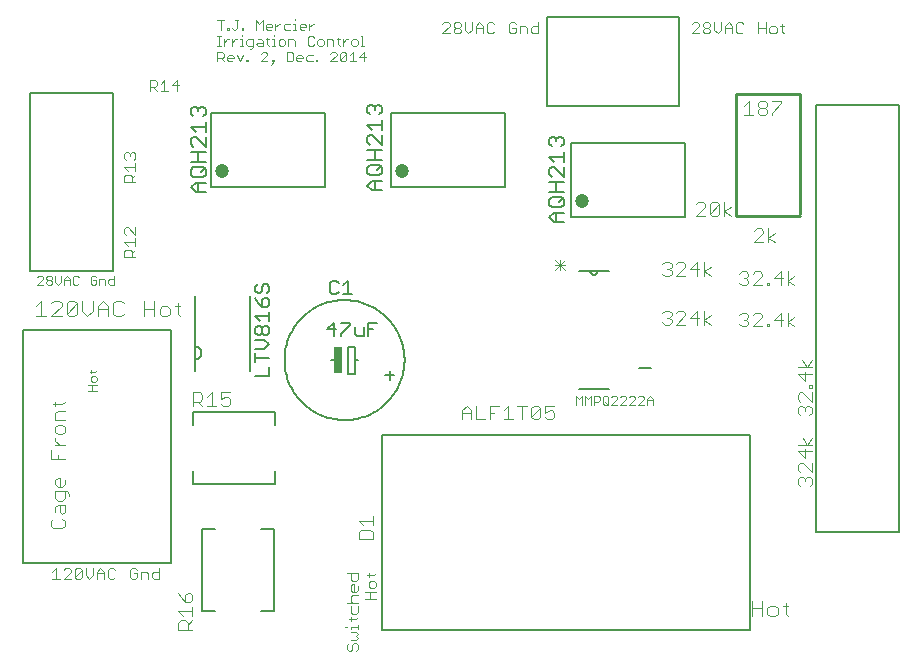
<source format=gto>
G75*
%MOIN*%
%OFA0B0*%
%FSLAX24Y24*%
%IPPOS*%
%LPD*%
%AMOC8*
5,1,8,0,0,1.08239X$1,22.5*
%
%ADD10C,0.0030*%
%ADD11C,0.0040*%
%ADD12C,0.0100*%
%ADD13C,0.0080*%
%ADD14C,0.0060*%
%ADD15C,0.0472*%
%ADD16C,0.0050*%
%ADD17R,0.0250X0.0900*%
D10*
X002445Y003383D02*
X002692Y003383D01*
X002813Y003383D02*
X003060Y003629D01*
X003060Y003691D01*
X002998Y003753D01*
X002875Y003753D01*
X002813Y003691D01*
X002568Y003753D02*
X002568Y003383D01*
X002813Y003383D02*
X003060Y003383D01*
X003182Y003444D02*
X003429Y003691D01*
X003429Y003444D01*
X003367Y003383D01*
X003243Y003383D01*
X003182Y003444D01*
X003182Y003691D01*
X003243Y003753D01*
X003367Y003753D01*
X003429Y003691D01*
X003550Y003753D02*
X003550Y003506D01*
X003673Y003383D01*
X003797Y003506D01*
X003797Y003753D01*
X003918Y003629D02*
X003918Y003383D01*
X003918Y003568D02*
X004165Y003568D01*
X004165Y003629D02*
X004165Y003383D01*
X004287Y003444D02*
X004287Y003691D01*
X004348Y003753D01*
X004472Y003753D01*
X004533Y003691D01*
X004533Y003444D02*
X004472Y003383D01*
X004348Y003383D01*
X004287Y003444D01*
X004165Y003629D02*
X004042Y003753D01*
X003918Y003629D01*
X005023Y003691D02*
X005023Y003444D01*
X005085Y003383D01*
X005208Y003383D01*
X005270Y003444D01*
X005270Y003568D01*
X005147Y003568D01*
X005270Y003691D02*
X005208Y003753D01*
X005085Y003753D01*
X005023Y003691D01*
X005392Y003629D02*
X005392Y003383D01*
X005392Y003629D02*
X005577Y003629D01*
X005638Y003568D01*
X005638Y003383D01*
X005760Y003444D02*
X005760Y003568D01*
X005822Y003629D01*
X006007Y003629D01*
X006007Y003753D02*
X006007Y003383D01*
X005822Y003383D01*
X005760Y003444D01*
X002568Y003753D02*
X002445Y003629D01*
X003632Y009659D02*
X003923Y009659D01*
X003777Y009659D02*
X003777Y009853D01*
X003777Y009954D02*
X003874Y009954D01*
X003923Y010002D01*
X003923Y010099D01*
X003874Y010147D01*
X003777Y010147D01*
X003729Y010099D01*
X003729Y010002D01*
X003777Y009954D01*
X003632Y009853D02*
X003923Y009853D01*
X003729Y010249D02*
X003729Y010345D01*
X003681Y010297D02*
X003874Y010297D01*
X003923Y010345D01*
X003858Y013195D02*
X003906Y013243D01*
X003906Y013340D01*
X003810Y013340D01*
X003906Y013437D02*
X003858Y013485D01*
X003761Y013485D01*
X003713Y013437D01*
X003713Y013243D01*
X003761Y013195D01*
X003858Y013195D01*
X004008Y013195D02*
X004008Y013388D01*
X004153Y013388D01*
X004201Y013340D01*
X004201Y013195D01*
X004302Y013243D02*
X004351Y013195D01*
X004496Y013195D01*
X004496Y013485D01*
X004496Y013388D02*
X004351Y013388D01*
X004302Y013340D01*
X004302Y013243D01*
X003317Y013243D02*
X003269Y013195D01*
X003172Y013195D01*
X003124Y013243D01*
X003124Y013437D01*
X003172Y013485D01*
X003269Y013485D01*
X003317Y013437D01*
X003022Y013388D02*
X003022Y013195D01*
X003022Y013340D02*
X002829Y013340D01*
X002829Y013388D02*
X002926Y013485D01*
X003022Y013388D01*
X002829Y013388D02*
X002829Y013195D01*
X002728Y013292D02*
X002631Y013195D01*
X002534Y013292D01*
X002534Y013485D01*
X002433Y013437D02*
X002385Y013485D01*
X002288Y013485D01*
X002240Y013437D01*
X002240Y013388D01*
X002288Y013340D01*
X002385Y013340D01*
X002433Y013292D01*
X002433Y013243D01*
X002385Y013195D01*
X002288Y013195D01*
X002240Y013243D01*
X002240Y013292D01*
X002288Y013340D01*
X002385Y013340D02*
X002433Y013388D01*
X002433Y013437D01*
X002138Y013437D02*
X002090Y013485D01*
X001993Y013485D01*
X001945Y013437D01*
X002138Y013437D02*
X002138Y013388D01*
X001945Y013195D01*
X002138Y013195D01*
X002728Y013292D02*
X002728Y013485D01*
X004838Y014118D02*
X004838Y014303D01*
X004900Y014365D01*
X005024Y014365D01*
X005085Y014303D01*
X005085Y014118D01*
X005085Y014242D02*
X005209Y014365D01*
X005209Y014486D02*
X005209Y014733D01*
X005209Y014855D02*
X004962Y015102D01*
X004900Y015102D01*
X004838Y015040D01*
X004838Y014916D01*
X004900Y014855D01*
X004838Y014610D02*
X005209Y014610D01*
X005209Y014855D02*
X005209Y015102D01*
X004838Y014610D02*
X004962Y014486D01*
X004838Y014118D02*
X005209Y014118D01*
X005209Y016618D02*
X004838Y016618D01*
X004838Y016803D01*
X004900Y016865D01*
X005024Y016865D01*
X005085Y016803D01*
X005085Y016618D01*
X005085Y016742D02*
X005209Y016865D01*
X005209Y016986D02*
X005209Y017233D01*
X005209Y017110D02*
X004838Y017110D01*
X004962Y016986D01*
X004900Y017355D02*
X004838Y017416D01*
X004838Y017540D01*
X004900Y017602D01*
X004962Y017602D01*
X005024Y017540D01*
X005085Y017602D01*
X005147Y017602D01*
X005209Y017540D01*
X005209Y017416D01*
X005147Y017355D01*
X005024Y017478D02*
X005024Y017540D01*
X005681Y019651D02*
X005681Y020022D01*
X005866Y020022D01*
X005927Y019960D01*
X005927Y019836D01*
X005866Y019775D01*
X005681Y019775D01*
X005804Y019775D02*
X005927Y019651D01*
X006049Y019651D02*
X006296Y019651D01*
X006172Y019651D02*
X006172Y020022D01*
X006049Y019898D01*
X006417Y019836D02*
X006664Y019836D01*
X006602Y019651D02*
X006602Y020022D01*
X006417Y019836D01*
X007945Y020633D02*
X007945Y020953D01*
X008105Y020953D01*
X008159Y020899D01*
X008159Y020793D01*
X008105Y020739D01*
X007945Y020739D01*
X008052Y020739D02*
X008159Y020633D01*
X008267Y020686D02*
X008267Y020793D01*
X008321Y020846D01*
X008427Y020846D01*
X008481Y020793D01*
X008481Y020739D01*
X008267Y020739D01*
X008267Y020686D02*
X008321Y020633D01*
X008427Y020633D01*
X008590Y020846D02*
X008696Y020633D01*
X008803Y020846D01*
X008912Y020686D02*
X008965Y020686D01*
X008965Y020633D01*
X008912Y020633D01*
X008912Y020686D01*
X009019Y021051D02*
X009072Y021051D01*
X009125Y021104D01*
X009125Y021371D01*
X008965Y021371D01*
X008912Y021318D01*
X008912Y021211D01*
X008965Y021158D01*
X009125Y021158D01*
X009234Y021211D02*
X009287Y021264D01*
X009448Y021264D01*
X009448Y021318D02*
X009448Y021158D01*
X009287Y021158D01*
X009234Y021211D01*
X009287Y021371D02*
X009394Y021371D01*
X009448Y021318D01*
X009556Y021371D02*
X009663Y021371D01*
X009610Y021424D02*
X009610Y021211D01*
X009663Y021158D01*
X009771Y021158D02*
X009878Y021158D01*
X009825Y021158D02*
X009825Y021371D01*
X009771Y021371D01*
X009825Y021478D02*
X009825Y021531D01*
X009879Y021683D02*
X009879Y021896D01*
X009985Y021896D02*
X009879Y021789D01*
X009770Y021789D02*
X009556Y021789D01*
X009556Y021736D02*
X009556Y021843D01*
X009610Y021896D01*
X009717Y021896D01*
X009770Y021843D01*
X009770Y021789D01*
X009717Y021683D02*
X009610Y021683D01*
X009556Y021736D01*
X009448Y021683D02*
X009448Y022003D01*
X009341Y021896D01*
X009234Y022003D01*
X009234Y021683D01*
X008804Y021683D02*
X008751Y021683D01*
X008751Y021736D01*
X008804Y021736D01*
X008804Y021683D01*
X008750Y021531D02*
X008750Y021478D01*
X008750Y021371D02*
X008750Y021158D01*
X008697Y021158D02*
X008804Y021158D01*
X008750Y021371D02*
X008697Y021371D01*
X008589Y021371D02*
X008535Y021371D01*
X008428Y021264D01*
X008428Y021158D02*
X008428Y021371D01*
X008320Y021371D02*
X008267Y021371D01*
X008160Y021264D01*
X008160Y021158D02*
X008160Y021371D01*
X008052Y021478D02*
X007945Y021478D01*
X007998Y021478D02*
X007998Y021158D01*
X007945Y021158D02*
X008052Y021158D01*
X008052Y021683D02*
X008052Y022003D01*
X007945Y022003D02*
X008159Y022003D01*
X008535Y022003D02*
X008642Y022003D01*
X008589Y022003D02*
X008589Y021736D01*
X008535Y021683D01*
X008482Y021683D01*
X008428Y021736D01*
X008321Y021736D02*
X008321Y021683D01*
X008267Y021683D01*
X008267Y021736D01*
X008321Y021736D01*
X009395Y020899D02*
X009449Y020953D01*
X009555Y020953D01*
X009609Y020899D01*
X009609Y020846D01*
X009395Y020633D01*
X009609Y020633D01*
X009718Y020526D02*
X009824Y020633D01*
X009771Y020633D01*
X009771Y020686D01*
X009824Y020686D01*
X009824Y020633D01*
X010255Y020633D02*
X010255Y020953D01*
X010415Y020953D01*
X010468Y020899D01*
X010468Y020686D01*
X010415Y020633D01*
X010255Y020633D01*
X010577Y020686D02*
X010577Y020793D01*
X010630Y020846D01*
X010737Y020846D01*
X010790Y020793D01*
X010790Y020739D01*
X010577Y020739D01*
X010577Y020686D02*
X010630Y020633D01*
X010737Y020633D01*
X010899Y020686D02*
X010953Y020633D01*
X011113Y020633D01*
X011221Y020633D02*
X011275Y020633D01*
X011275Y020686D01*
X011221Y020686D01*
X011221Y020633D01*
X011113Y020846D02*
X010953Y020846D01*
X010899Y020793D01*
X010899Y020686D01*
X011006Y021158D02*
X011113Y021158D01*
X011166Y021211D01*
X011275Y021211D02*
X011275Y021318D01*
X011329Y021371D01*
X011435Y021371D01*
X011489Y021318D01*
X011489Y021211D01*
X011435Y021158D01*
X011329Y021158D01*
X011275Y021211D01*
X011166Y021424D02*
X011113Y021478D01*
X011006Y021478D01*
X010953Y021424D01*
X010953Y021211D01*
X011006Y021158D01*
X010522Y021158D02*
X010522Y021318D01*
X010468Y021371D01*
X010308Y021371D01*
X010308Y021158D01*
X010200Y021211D02*
X010200Y021318D01*
X010146Y021371D01*
X010039Y021371D01*
X009986Y021318D01*
X009986Y021211D01*
X010039Y021158D01*
X010146Y021158D01*
X010200Y021211D01*
X010201Y021683D02*
X010361Y021683D01*
X010469Y021683D02*
X010576Y021683D01*
X010523Y021683D02*
X010523Y021896D01*
X010469Y021896D01*
X010361Y021896D02*
X010201Y021896D01*
X010147Y021843D01*
X010147Y021736D01*
X010201Y021683D01*
X010039Y021896D02*
X009985Y021896D01*
X010523Y022003D02*
X010523Y022056D01*
X010684Y021843D02*
X010738Y021896D01*
X010844Y021896D01*
X010898Y021843D01*
X010898Y021789D01*
X010684Y021789D01*
X010684Y021736D02*
X010684Y021843D01*
X010684Y021736D02*
X010738Y021683D01*
X010844Y021683D01*
X011007Y021683D02*
X011007Y021896D01*
X011113Y021896D02*
X011167Y021896D01*
X011113Y021896D02*
X011007Y021789D01*
X011597Y021371D02*
X011758Y021371D01*
X011811Y021318D01*
X011811Y021158D01*
X011973Y021211D02*
X011973Y021424D01*
X011920Y021371D02*
X012026Y021371D01*
X012135Y021371D02*
X012135Y021158D01*
X012135Y021264D02*
X012241Y021371D01*
X012295Y021371D01*
X012403Y021318D02*
X012403Y021211D01*
X012457Y021158D01*
X012563Y021158D01*
X012617Y021211D01*
X012617Y021318D01*
X012563Y021371D01*
X012457Y021371D01*
X012403Y021318D01*
X012725Y021478D02*
X012779Y021478D01*
X012779Y021158D01*
X012832Y021158D02*
X012725Y021158D01*
X012832Y020953D02*
X012672Y020793D01*
X012885Y020793D01*
X012832Y020633D02*
X012832Y020953D01*
X012456Y020953D02*
X012456Y020633D01*
X012349Y020633D02*
X012563Y020633D01*
X012349Y020846D02*
X012456Y020953D01*
X012241Y020899D02*
X012027Y020686D01*
X012081Y020633D01*
X012187Y020633D01*
X012241Y020686D01*
X012241Y020899D01*
X012187Y020953D01*
X012081Y020953D01*
X012027Y020899D01*
X012027Y020686D01*
X011918Y020633D02*
X011705Y020633D01*
X011918Y020846D01*
X011918Y020899D01*
X011865Y020953D01*
X011758Y020953D01*
X011705Y020899D01*
X011597Y021158D02*
X011597Y021371D01*
X011973Y021211D02*
X012026Y021158D01*
X015445Y021570D02*
X015692Y021817D01*
X015692Y021879D01*
X015630Y021940D01*
X015507Y021940D01*
X015445Y021879D01*
X015445Y021570D02*
X015692Y021570D01*
X015813Y021632D02*
X015813Y021693D01*
X015875Y021755D01*
X015998Y021755D01*
X016060Y021693D01*
X016060Y021632D01*
X015998Y021570D01*
X015875Y021570D01*
X015813Y021632D01*
X015875Y021755D02*
X015813Y021817D01*
X015813Y021879D01*
X015875Y021940D01*
X015998Y021940D01*
X016060Y021879D01*
X016060Y021817D01*
X015998Y021755D01*
X016182Y021693D02*
X016305Y021570D01*
X016429Y021693D01*
X016429Y021940D01*
X016550Y021817D02*
X016673Y021940D01*
X016797Y021817D01*
X016797Y021570D01*
X016918Y021632D02*
X016980Y021570D01*
X017103Y021570D01*
X017165Y021632D01*
X017165Y021879D02*
X017103Y021940D01*
X016980Y021940D01*
X016918Y021879D01*
X016918Y021632D01*
X016797Y021755D02*
X016550Y021755D01*
X016550Y021817D02*
X016550Y021570D01*
X016182Y021693D02*
X016182Y021940D01*
X017655Y021879D02*
X017655Y021632D01*
X017717Y021570D01*
X017840Y021570D01*
X017902Y021632D01*
X017902Y021755D01*
X017778Y021755D01*
X017655Y021879D02*
X017717Y021940D01*
X017840Y021940D01*
X017902Y021879D01*
X018023Y021817D02*
X018023Y021570D01*
X018023Y021817D02*
X018208Y021817D01*
X018270Y021755D01*
X018270Y021570D01*
X018392Y021632D02*
X018392Y021755D01*
X018453Y021817D01*
X018638Y021817D01*
X018638Y021940D02*
X018638Y021570D01*
X018453Y021570D01*
X018392Y021632D01*
X023758Y021570D02*
X024004Y021817D01*
X024004Y021879D01*
X023943Y021940D01*
X023819Y021940D01*
X023758Y021879D01*
X023758Y021570D02*
X024004Y021570D01*
X024126Y021632D02*
X024126Y021693D01*
X024188Y021755D01*
X024311Y021755D01*
X024373Y021693D01*
X024373Y021632D01*
X024311Y021570D01*
X024188Y021570D01*
X024126Y021632D01*
X024188Y021755D02*
X024126Y021817D01*
X024126Y021879D01*
X024188Y021940D01*
X024311Y021940D01*
X024373Y021879D01*
X024373Y021817D01*
X024311Y021755D01*
X024494Y021693D02*
X024618Y021570D01*
X024741Y021693D01*
X024741Y021940D01*
X024862Y021817D02*
X024862Y021570D01*
X024862Y021755D02*
X025109Y021755D01*
X025109Y021817D02*
X025109Y021570D01*
X025231Y021632D02*
X025292Y021570D01*
X025416Y021570D01*
X025478Y021632D01*
X025478Y021879D02*
X025416Y021940D01*
X025292Y021940D01*
X025231Y021879D01*
X025231Y021632D01*
X025109Y021817D02*
X024986Y021940D01*
X024862Y021817D01*
X024494Y021940D02*
X024494Y021693D01*
X025967Y021755D02*
X026214Y021755D01*
X026336Y021755D02*
X026336Y021632D01*
X026397Y021570D01*
X026521Y021570D01*
X026583Y021632D01*
X026583Y021755D01*
X026521Y021817D01*
X026397Y021817D01*
X026336Y021755D01*
X026214Y021940D02*
X026214Y021570D01*
X025967Y021570D02*
X025967Y021940D01*
X026704Y021817D02*
X026827Y021817D01*
X026766Y021879D02*
X026766Y021632D01*
X026827Y021570D01*
X019521Y014007D02*
X019208Y013693D01*
X019364Y013693D02*
X019364Y014007D01*
X019208Y014007D02*
X019521Y013693D01*
X019521Y013850D02*
X019208Y013850D01*
X019898Y009485D02*
X019994Y009388D01*
X020091Y009485D01*
X020091Y009195D01*
X020192Y009195D02*
X020192Y009485D01*
X020289Y009388D01*
X020386Y009485D01*
X020386Y009195D01*
X020487Y009195D02*
X020487Y009485D01*
X020632Y009485D01*
X020680Y009437D01*
X020680Y009340D01*
X020632Y009292D01*
X020487Y009292D01*
X020781Y009243D02*
X020830Y009195D01*
X020927Y009195D01*
X020975Y009243D01*
X020975Y009437D01*
X020927Y009485D01*
X020830Y009485D01*
X020781Y009437D01*
X020781Y009243D01*
X020878Y009292D02*
X020975Y009195D01*
X021076Y009195D02*
X021270Y009388D01*
X021270Y009437D01*
X021221Y009485D01*
X021124Y009485D01*
X021076Y009437D01*
X021076Y009195D02*
X021270Y009195D01*
X021371Y009195D02*
X021564Y009388D01*
X021564Y009437D01*
X021516Y009485D01*
X021419Y009485D01*
X021371Y009437D01*
X021371Y009195D02*
X021564Y009195D01*
X021665Y009195D02*
X021859Y009388D01*
X021859Y009437D01*
X021811Y009485D01*
X021714Y009485D01*
X021665Y009437D01*
X021665Y009195D02*
X021859Y009195D01*
X021960Y009195D02*
X022154Y009388D01*
X022154Y009437D01*
X022105Y009485D01*
X022008Y009485D01*
X021960Y009437D01*
X021960Y009195D02*
X022154Y009195D01*
X022255Y009195D02*
X022255Y009388D01*
X022351Y009485D01*
X022448Y009388D01*
X022448Y009195D01*
X022448Y009340D02*
X022255Y009340D01*
X019898Y009195D02*
X019898Y009485D01*
X013228Y003573D02*
X013166Y003511D01*
X012919Y003511D01*
X012981Y003449D02*
X012981Y003573D01*
X013042Y003328D02*
X012981Y003266D01*
X012981Y003143D01*
X013042Y003081D01*
X013166Y003081D01*
X013228Y003143D01*
X013228Y003266D01*
X013166Y003328D01*
X013042Y003328D01*
X012628Y003388D02*
X012628Y003574D01*
X012257Y003574D01*
X012381Y003574D02*
X012381Y003388D01*
X012442Y003327D01*
X012566Y003327D01*
X012628Y003388D01*
X012504Y003205D02*
X012504Y002958D01*
X012442Y002958D02*
X012381Y003020D01*
X012381Y003144D01*
X012442Y003205D01*
X012504Y003205D01*
X012628Y003144D02*
X012628Y003020D01*
X012566Y002958D01*
X012442Y002958D01*
X012442Y002837D02*
X012628Y002837D01*
X012442Y002837D02*
X012381Y002775D01*
X012381Y002652D01*
X012442Y002590D01*
X012381Y002469D02*
X012381Y002283D01*
X012442Y002222D01*
X012566Y002222D01*
X012628Y002283D01*
X012628Y002469D01*
X012628Y002590D02*
X012257Y002590D01*
X012857Y002713D02*
X013228Y002713D01*
X013042Y002713D02*
X013042Y002960D01*
X012857Y002960D02*
X013228Y002960D01*
X012628Y002100D02*
X012566Y002038D01*
X012319Y002038D01*
X012381Y001976D02*
X012381Y002100D01*
X012381Y001792D02*
X012628Y001792D01*
X012628Y001731D02*
X012628Y001854D01*
X012566Y001609D02*
X012381Y001609D01*
X012381Y001731D02*
X012381Y001792D01*
X012257Y001792D02*
X012195Y001792D01*
X012566Y001609D02*
X012628Y001547D01*
X012566Y001486D01*
X012628Y001424D01*
X012566Y001362D01*
X012381Y001362D01*
X012319Y001241D02*
X012257Y001179D01*
X012257Y001056D01*
X012319Y000994D01*
X012381Y000994D01*
X012442Y001056D01*
X012442Y001179D01*
X012504Y001241D01*
X012566Y001241D01*
X012628Y001179D01*
X012628Y001056D01*
X012566Y000994D01*
D11*
X012656Y004712D02*
X012656Y004942D01*
X012733Y005019D01*
X013039Y005019D01*
X013116Y004942D01*
X013116Y004712D01*
X012656Y004712D01*
X012809Y005173D02*
X012656Y005326D01*
X013116Y005326D01*
X013116Y005173D02*
X013116Y005480D01*
X016102Y008700D02*
X016102Y009007D01*
X016256Y009160D01*
X016409Y009007D01*
X016409Y008700D01*
X016563Y008700D02*
X016870Y008700D01*
X017023Y008700D02*
X017023Y009160D01*
X017330Y009160D01*
X017483Y009007D02*
X017637Y009160D01*
X017637Y008700D01*
X017790Y008700D02*
X017483Y008700D01*
X017176Y008930D02*
X017023Y008930D01*
X016563Y009160D02*
X016563Y008700D01*
X016409Y008930D02*
X016102Y008930D01*
X017944Y009160D02*
X018251Y009160D01*
X018097Y009160D02*
X018097Y008700D01*
X018404Y008777D02*
X018711Y009084D01*
X018711Y008777D01*
X018634Y008700D01*
X018481Y008700D01*
X018404Y008777D01*
X018404Y009084D01*
X018481Y009160D01*
X018634Y009160D01*
X018711Y009084D01*
X018865Y009160D02*
X018865Y008930D01*
X019018Y009007D01*
X019095Y009007D01*
X019172Y008930D01*
X019172Y008777D01*
X019095Y008700D01*
X018941Y008700D01*
X018865Y008777D01*
X018865Y009160D02*
X019172Y009160D01*
X022775Y011939D02*
X022852Y011863D01*
X023005Y011863D01*
X023082Y011939D01*
X023082Y012016D01*
X023005Y012093D01*
X022928Y012093D01*
X023005Y012093D02*
X023082Y012169D01*
X023082Y012246D01*
X023005Y012323D01*
X022852Y012323D01*
X022775Y012246D01*
X023235Y012246D02*
X023312Y012323D01*
X023466Y012323D01*
X023542Y012246D01*
X023542Y012169D01*
X023235Y011863D01*
X023542Y011863D01*
X023696Y012093D02*
X024003Y012093D01*
X024156Y012016D02*
X024386Y012169D01*
X024156Y012016D02*
X024386Y011863D01*
X024156Y011863D02*
X024156Y012323D01*
X023926Y012323D02*
X023696Y012093D01*
X023926Y011863D02*
X023926Y012323D01*
X025338Y012184D02*
X025414Y012260D01*
X025568Y012260D01*
X025644Y012184D01*
X025644Y012107D01*
X025568Y012030D01*
X025644Y011953D01*
X025644Y011877D01*
X025568Y011800D01*
X025414Y011800D01*
X025338Y011877D01*
X025491Y012030D02*
X025568Y012030D01*
X025798Y012184D02*
X025875Y012260D01*
X026028Y012260D01*
X026105Y012184D01*
X026105Y012107D01*
X025798Y011800D01*
X026105Y011800D01*
X026258Y011800D02*
X026335Y011800D01*
X026335Y011877D01*
X026258Y011877D01*
X026258Y011800D01*
X026488Y012030D02*
X026795Y012030D01*
X026949Y011953D02*
X027179Y012107D01*
X026949Y012260D02*
X026949Y011800D01*
X026949Y011953D02*
X027179Y011800D01*
X026719Y011800D02*
X026719Y012260D01*
X026488Y012030D01*
X026335Y013175D02*
X026258Y013175D01*
X026258Y013252D01*
X026335Y013252D01*
X026335Y013175D01*
X026105Y013175D02*
X025798Y013175D01*
X026105Y013482D01*
X026105Y013559D01*
X026028Y013635D01*
X025875Y013635D01*
X025798Y013559D01*
X025644Y013559D02*
X025644Y013482D01*
X025568Y013405D01*
X025644Y013328D01*
X025644Y013252D01*
X025568Y013175D01*
X025414Y013175D01*
X025338Y013252D01*
X025491Y013405D02*
X025568Y013405D01*
X025644Y013559D02*
X025568Y013635D01*
X025414Y013635D01*
X025338Y013559D01*
X024386Y013488D02*
X024156Y013641D01*
X024386Y013794D01*
X024156Y013948D02*
X024156Y013488D01*
X023926Y013488D02*
X023926Y013948D01*
X023696Y013718D01*
X024003Y013718D01*
X023542Y013794D02*
X023542Y013871D01*
X023466Y013948D01*
X023312Y013948D01*
X023235Y013871D01*
X023082Y013871D02*
X023005Y013948D01*
X022852Y013948D01*
X022775Y013871D01*
X022928Y013718D02*
X023005Y013718D01*
X023082Y013641D01*
X023082Y013564D01*
X023005Y013488D01*
X022852Y013488D01*
X022775Y013564D01*
X023005Y013718D02*
X023082Y013794D01*
X023082Y013871D01*
X023235Y013488D02*
X023542Y013794D01*
X023542Y013488D02*
X023235Y013488D01*
X023900Y015488D02*
X024207Y015794D01*
X024207Y015871D01*
X024130Y015948D01*
X023977Y015948D01*
X023900Y015871D01*
X024360Y015871D02*
X024437Y015948D01*
X024591Y015948D01*
X024667Y015871D01*
X024360Y015564D01*
X024437Y015488D01*
X024591Y015488D01*
X024667Y015564D01*
X024667Y015871D01*
X024821Y015948D02*
X024821Y015488D01*
X024821Y015641D02*
X025051Y015488D01*
X024821Y015641D02*
X025051Y015794D01*
X024360Y015871D02*
X024360Y015564D01*
X024207Y015488D02*
X023900Y015488D01*
X025838Y014996D02*
X025914Y015073D01*
X026068Y015073D01*
X026144Y014996D01*
X026144Y014919D01*
X025838Y014613D01*
X026144Y014613D01*
X026298Y014613D02*
X026298Y015073D01*
X026528Y014919D02*
X026298Y014766D01*
X026528Y014613D01*
X026719Y013635D02*
X026488Y013405D01*
X026795Y013405D01*
X026949Y013328D02*
X027179Y013482D01*
X026949Y013635D02*
X026949Y013175D01*
X026949Y013328D02*
X027179Y013175D01*
X026719Y013175D02*
X026719Y013635D01*
X027441Y010679D02*
X027594Y010449D01*
X027748Y010679D01*
X027748Y010449D02*
X027287Y010449D01*
X027287Y010219D02*
X027517Y009988D01*
X027517Y010295D01*
X027287Y010219D02*
X027748Y010219D01*
X027748Y009835D02*
X027748Y009758D01*
X027671Y009758D01*
X027671Y009835D01*
X027748Y009835D01*
X027748Y009605D02*
X027748Y009298D01*
X027441Y009605D01*
X027364Y009605D01*
X027287Y009528D01*
X027287Y009375D01*
X027364Y009298D01*
X027364Y009144D02*
X027287Y009068D01*
X027287Y008914D01*
X027364Y008838D01*
X027517Y008991D02*
X027517Y009068D01*
X027594Y009144D01*
X027671Y009144D01*
X027748Y009068D01*
X027748Y008914D01*
X027671Y008838D01*
X027517Y009068D02*
X027441Y009144D01*
X027364Y009144D01*
X027453Y008097D02*
X027607Y007866D01*
X027760Y008097D01*
X027760Y007866D02*
X027300Y007866D01*
X027300Y007636D02*
X027530Y007406D01*
X027530Y007713D01*
X027760Y007636D02*
X027300Y007636D01*
X027376Y007252D02*
X027300Y007176D01*
X027300Y007022D01*
X027376Y006946D01*
X027376Y006792D02*
X027300Y006715D01*
X027300Y006562D01*
X027376Y006485D01*
X027530Y006639D02*
X027530Y006715D01*
X027607Y006792D01*
X027683Y006792D01*
X027760Y006715D01*
X027760Y006562D01*
X027683Y006485D01*
X027530Y006715D02*
X027453Y006792D01*
X027376Y006792D01*
X027760Y006946D02*
X027453Y007252D01*
X027376Y007252D01*
X027760Y007252D02*
X027760Y006946D01*
X026109Y002660D02*
X026109Y002140D01*
X026278Y002227D02*
X026365Y002140D01*
X026538Y002140D01*
X026625Y002227D01*
X026625Y002400D01*
X026538Y002487D01*
X026365Y002487D01*
X026278Y002400D01*
X026278Y002227D01*
X026109Y002400D02*
X025762Y002400D01*
X025762Y002140D02*
X025762Y002660D01*
X026794Y002487D02*
X026967Y002487D01*
X026880Y002574D02*
X026880Y002227D01*
X026967Y002140D01*
X008362Y009217D02*
X008286Y009140D01*
X008132Y009140D01*
X008055Y009217D01*
X008055Y009371D02*
X008209Y009447D01*
X008286Y009447D01*
X008362Y009371D01*
X008362Y009217D01*
X008055Y009371D02*
X008055Y009601D01*
X008362Y009601D01*
X007748Y009601D02*
X007748Y009140D01*
X007595Y009140D02*
X007902Y009140D01*
X007595Y009447D02*
X007748Y009601D01*
X007441Y009524D02*
X007441Y009371D01*
X007365Y009294D01*
X007135Y009294D01*
X007288Y009294D02*
X007441Y009140D01*
X007135Y009140D02*
X007135Y009601D01*
X007365Y009601D01*
X007441Y009524D01*
X006702Y012138D02*
X006615Y012224D01*
X006615Y012571D01*
X006528Y012484D02*
X006702Y012484D01*
X006360Y012398D02*
X006360Y012224D01*
X006273Y012138D01*
X006099Y012138D01*
X006013Y012224D01*
X006013Y012398D01*
X006099Y012484D01*
X006273Y012484D01*
X006360Y012398D01*
X005844Y012398D02*
X005497Y012398D01*
X005497Y012138D02*
X005497Y012658D01*
X005844Y012658D02*
X005844Y012138D01*
X004813Y012224D02*
X004726Y012138D01*
X004552Y012138D01*
X004466Y012224D01*
X004466Y012571D01*
X004552Y012658D01*
X004726Y012658D01*
X004813Y012571D01*
X004297Y012484D02*
X004297Y012138D01*
X004297Y012398D02*
X003950Y012398D01*
X003950Y012484D02*
X004124Y012658D01*
X004297Y012484D01*
X003950Y012484D02*
X003950Y012138D01*
X003781Y012311D02*
X003781Y012658D01*
X003434Y012658D02*
X003434Y012311D01*
X003608Y012138D01*
X003781Y012311D01*
X003266Y012224D02*
X003179Y012138D01*
X003006Y012138D01*
X002919Y012224D01*
X003266Y012571D01*
X003266Y012224D01*
X002919Y012224D02*
X002919Y012571D01*
X003006Y012658D01*
X003179Y012658D01*
X003266Y012571D01*
X002750Y012571D02*
X002750Y012484D01*
X002403Y012138D01*
X002750Y012138D01*
X002750Y012571D02*
X002663Y012658D01*
X002490Y012658D01*
X002403Y012571D01*
X002061Y012658D02*
X002061Y012138D01*
X001888Y012138D02*
X002234Y012138D01*
X001888Y012484D02*
X002061Y012658D01*
X002541Y009297D02*
X002541Y009143D01*
X002464Y009220D02*
X002771Y009220D01*
X002848Y009297D01*
X002848Y008990D02*
X002617Y008990D01*
X002541Y008913D01*
X002541Y008683D01*
X002848Y008683D01*
X002771Y008529D02*
X002617Y008529D01*
X002541Y008452D01*
X002541Y008299D01*
X002617Y008222D01*
X002771Y008222D01*
X002848Y008299D01*
X002848Y008452D01*
X002771Y008529D01*
X002541Y008069D02*
X002541Y007992D01*
X002694Y007839D01*
X002541Y007839D02*
X002848Y007839D01*
X002387Y007685D02*
X002387Y007378D01*
X002848Y007378D01*
X002617Y007378D02*
X002617Y007532D01*
X002617Y006764D02*
X002541Y006688D01*
X002541Y006534D01*
X002617Y006457D01*
X002771Y006457D01*
X002848Y006534D01*
X002848Y006688D01*
X002694Y006764D02*
X002694Y006457D01*
X002541Y006304D02*
X002541Y006074D01*
X002617Y005997D01*
X002771Y005997D01*
X002848Y006074D01*
X002848Y006304D01*
X002924Y006304D02*
X002541Y006304D01*
X002924Y006304D02*
X003001Y006227D01*
X003001Y006151D01*
X002848Y005844D02*
X002848Y005613D01*
X002771Y005537D01*
X002694Y005613D01*
X002694Y005844D01*
X002617Y005844D02*
X002848Y005844D01*
X002617Y005844D02*
X002541Y005767D01*
X002541Y005613D01*
X002464Y005383D02*
X002387Y005306D01*
X002387Y005153D01*
X002464Y005076D01*
X002771Y005076D01*
X002848Y005153D01*
X002848Y005306D01*
X002771Y005383D01*
X002694Y006764D02*
X002617Y006764D01*
X006640Y002924D02*
X006717Y002771D01*
X006870Y002618D01*
X006870Y002848D01*
X006947Y002924D01*
X007024Y002924D01*
X007100Y002848D01*
X007100Y002694D01*
X007024Y002618D01*
X006870Y002618D01*
X007100Y002464D02*
X007100Y002157D01*
X007100Y002004D02*
X006947Y001850D01*
X006947Y001927D02*
X006947Y001697D01*
X007100Y001697D02*
X006640Y001697D01*
X006640Y001927D01*
X006717Y002004D01*
X006870Y002004D01*
X006947Y001927D01*
X006794Y002157D02*
X006640Y002311D01*
X007100Y002311D01*
X025494Y018850D02*
X025801Y018850D01*
X025647Y018850D02*
X025647Y019310D01*
X025494Y019157D01*
X025954Y019157D02*
X026031Y019080D01*
X026184Y019080D01*
X026261Y019003D01*
X026261Y018927D01*
X026184Y018850D01*
X026031Y018850D01*
X025954Y018927D01*
X025954Y019003D01*
X026031Y019080D01*
X025954Y019157D02*
X025954Y019234D01*
X026031Y019310D01*
X026184Y019310D01*
X026261Y019234D01*
X026261Y019157D01*
X026184Y019080D01*
X026415Y018927D02*
X026415Y018850D01*
X026415Y018927D02*
X026722Y019234D01*
X026722Y019310D01*
X026415Y019310D01*
D12*
X027368Y019555D02*
X025243Y019555D01*
X025243Y015493D01*
X027368Y015493D01*
X027368Y015555D02*
X027368Y019555D01*
D13*
X023338Y019151D02*
X023338Y022104D01*
X018929Y022104D01*
X018929Y019151D01*
X023338Y019151D01*
X009870Y008943D02*
X009870Y008510D01*
X009870Y008943D02*
X007115Y008943D01*
X007115Y008510D01*
X007115Y006975D02*
X007115Y006542D01*
X009870Y006542D01*
X009870Y006975D01*
X009818Y005058D02*
X009385Y005058D01*
X009818Y005058D02*
X009818Y002302D01*
X009385Y002302D01*
X007850Y002302D02*
X007417Y002302D01*
X007417Y005058D01*
X007850Y005058D01*
X013413Y008180D02*
X013413Y001680D01*
X025697Y001680D01*
X025697Y008180D01*
X013413Y008180D01*
X006389Y011676D02*
X001468Y011676D01*
X001700Y013641D02*
X004456Y013641D01*
X004456Y019586D01*
X001700Y019586D01*
X001700Y013641D01*
D14*
X007063Y016436D02*
X007226Y016599D01*
X007553Y016599D01*
X007471Y016779D02*
X007144Y016779D01*
X007063Y016861D01*
X007063Y017024D01*
X007144Y017106D01*
X007471Y017106D01*
X007553Y017024D01*
X007553Y016861D01*
X007471Y016779D01*
X007390Y016942D02*
X007553Y017106D01*
X007553Y017285D02*
X007063Y017285D01*
X007308Y017285D02*
X007308Y017612D01*
X007144Y017792D02*
X007063Y017874D01*
X007063Y018037D01*
X007144Y018119D01*
X007226Y018119D01*
X007553Y017792D01*
X007553Y018119D01*
X007553Y018298D02*
X007553Y018625D01*
X007553Y018462D02*
X007063Y018462D01*
X007226Y018298D01*
X007144Y018805D02*
X007063Y018886D01*
X007063Y019050D01*
X007144Y019132D01*
X007226Y019132D01*
X007308Y019050D01*
X007390Y019132D01*
X007471Y019132D01*
X007553Y019050D01*
X007553Y018886D01*
X007471Y018805D01*
X007308Y018968D02*
X007308Y019050D01*
X007716Y018918D02*
X007716Y016442D01*
X011519Y016442D01*
X011519Y018918D01*
X007716Y018918D01*
X007553Y017612D02*
X007063Y017612D01*
X007308Y016599D02*
X007308Y016273D01*
X007226Y016273D02*
X007063Y016436D01*
X007226Y016273D02*
X007553Y016273D01*
X007206Y012807D02*
X007206Y011128D01*
X007206Y010716D01*
X007206Y010303D01*
X007206Y010716D02*
X007233Y010718D01*
X007259Y010723D01*
X007285Y010732D01*
X007309Y010744D01*
X007331Y010759D01*
X007352Y010776D01*
X007369Y010797D01*
X007384Y010819D01*
X007396Y010843D01*
X007405Y010869D01*
X007410Y010895D01*
X007412Y010922D01*
X007410Y010949D01*
X007405Y010975D01*
X007396Y011001D01*
X007384Y011025D01*
X007369Y011047D01*
X007352Y011068D01*
X007331Y011085D01*
X007309Y011100D01*
X007285Y011112D01*
X007259Y011121D01*
X007233Y011126D01*
X007206Y011128D01*
X009029Y010303D02*
X009029Y012807D01*
X011730Y010680D02*
X011930Y010680D01*
X010180Y010680D02*
X010182Y010769D01*
X010188Y010858D01*
X010198Y010947D01*
X010212Y011035D01*
X010229Y011122D01*
X010251Y011208D01*
X010277Y011294D01*
X010306Y011378D01*
X010339Y011461D01*
X010375Y011542D01*
X010416Y011622D01*
X010459Y011699D01*
X010506Y011775D01*
X010557Y011848D01*
X010610Y011919D01*
X010667Y011988D01*
X010727Y012054D01*
X010790Y012118D01*
X010855Y012178D01*
X010923Y012236D01*
X010994Y012290D01*
X011067Y012341D01*
X011142Y012389D01*
X011219Y012434D01*
X011298Y012475D01*
X011379Y012512D01*
X011461Y012546D01*
X011545Y012577D01*
X011630Y012603D01*
X011716Y012626D01*
X011803Y012644D01*
X011891Y012659D01*
X011980Y012670D01*
X012069Y012677D01*
X012158Y012680D01*
X012247Y012679D01*
X012336Y012674D01*
X012424Y012665D01*
X012513Y012652D01*
X012600Y012635D01*
X012687Y012615D01*
X012773Y012590D01*
X012857Y012562D01*
X012940Y012530D01*
X013022Y012494D01*
X013102Y012455D01*
X013180Y012412D01*
X013256Y012366D01*
X013330Y012316D01*
X013402Y012263D01*
X013471Y012207D01*
X013538Y012148D01*
X013602Y012086D01*
X013663Y012022D01*
X013722Y011954D01*
X013777Y011884D01*
X013829Y011812D01*
X013878Y011737D01*
X013923Y011661D01*
X013965Y011582D01*
X014003Y011502D01*
X014038Y011420D01*
X014069Y011336D01*
X014097Y011251D01*
X014120Y011165D01*
X014140Y011078D01*
X014156Y010991D01*
X014168Y010902D01*
X014176Y010814D01*
X014180Y010725D01*
X014180Y010635D01*
X014176Y010546D01*
X014168Y010458D01*
X014156Y010369D01*
X014140Y010282D01*
X014120Y010195D01*
X014097Y010109D01*
X014069Y010024D01*
X014038Y009940D01*
X014003Y009858D01*
X013965Y009778D01*
X013923Y009699D01*
X013878Y009623D01*
X013829Y009548D01*
X013777Y009476D01*
X013722Y009406D01*
X013663Y009338D01*
X013602Y009274D01*
X013538Y009212D01*
X013471Y009153D01*
X013402Y009097D01*
X013330Y009044D01*
X013256Y008994D01*
X013180Y008948D01*
X013102Y008905D01*
X013022Y008866D01*
X012940Y008830D01*
X012857Y008798D01*
X012773Y008770D01*
X012687Y008745D01*
X012600Y008725D01*
X012513Y008708D01*
X012424Y008695D01*
X012336Y008686D01*
X012247Y008681D01*
X012158Y008680D01*
X012069Y008683D01*
X011980Y008690D01*
X011891Y008701D01*
X011803Y008716D01*
X011716Y008734D01*
X011630Y008757D01*
X011545Y008783D01*
X011461Y008814D01*
X011379Y008848D01*
X011298Y008885D01*
X011219Y008926D01*
X011142Y008971D01*
X011067Y009019D01*
X010994Y009070D01*
X010923Y009124D01*
X010855Y009182D01*
X010790Y009242D01*
X010727Y009306D01*
X010667Y009372D01*
X010610Y009441D01*
X010557Y009512D01*
X010506Y009585D01*
X010459Y009661D01*
X010416Y009738D01*
X010375Y009818D01*
X010339Y009899D01*
X010306Y009982D01*
X010277Y010066D01*
X010251Y010152D01*
X010229Y010238D01*
X010212Y010325D01*
X010198Y010413D01*
X010188Y010502D01*
X010182Y010591D01*
X010180Y010680D01*
X012280Y010230D02*
X012530Y010230D01*
X012530Y010680D01*
X012530Y011130D01*
X012280Y011130D01*
X012280Y010230D01*
X012530Y010680D02*
X012630Y010680D01*
X013530Y010180D02*
X013830Y010180D01*
X013680Y010030D02*
X013680Y010330D01*
X019983Y009710D02*
X021003Y009710D01*
X022003Y010430D02*
X022403Y010430D01*
X021003Y013650D02*
X020613Y013650D01*
X020373Y013650D01*
X019983Y013650D01*
X020373Y013650D02*
X020375Y013629D01*
X020380Y013609D01*
X020389Y013590D01*
X020401Y013573D01*
X020416Y013558D01*
X020433Y013546D01*
X020452Y013537D01*
X020472Y013532D01*
X020493Y013530D01*
X020514Y013532D01*
X020534Y013537D01*
X020553Y013546D01*
X020570Y013558D01*
X020585Y013573D01*
X020597Y013590D01*
X020606Y013609D01*
X020611Y013629D01*
X020613Y013650D01*
X019491Y015273D02*
X019164Y015273D01*
X019000Y015436D01*
X019164Y015599D01*
X019491Y015599D01*
X019409Y015779D02*
X019491Y015861D01*
X019491Y016024D01*
X019409Y016106D01*
X019082Y016106D01*
X019000Y016024D01*
X019000Y015861D01*
X019082Y015779D01*
X019409Y015779D01*
X019327Y015942D02*
X019491Y016106D01*
X019491Y016285D02*
X019000Y016285D01*
X019245Y016285D02*
X019245Y016612D01*
X019082Y016792D02*
X019000Y016874D01*
X019000Y017037D01*
X019082Y017119D01*
X019164Y017119D01*
X019491Y016792D01*
X019491Y017119D01*
X019491Y017298D02*
X019491Y017625D01*
X019491Y017462D02*
X019000Y017462D01*
X019164Y017298D01*
X019082Y017805D02*
X019000Y017886D01*
X019000Y018050D01*
X019082Y018132D01*
X019164Y018132D01*
X019245Y018050D01*
X019327Y018132D01*
X019409Y018132D01*
X019491Y018050D01*
X019491Y017886D01*
X019409Y017805D01*
X019245Y017968D02*
X019245Y018050D01*
X019716Y017918D02*
X019716Y015442D01*
X023519Y015442D01*
X023519Y017918D01*
X019716Y017918D01*
X019491Y016612D02*
X019000Y016612D01*
X019245Y015599D02*
X019245Y015273D01*
X017519Y016442D02*
X017519Y018918D01*
X013716Y018918D01*
X013716Y016442D01*
X017519Y016442D01*
X013428Y016335D02*
X013101Y016335D01*
X012938Y016498D01*
X013101Y016662D01*
X013428Y016662D01*
X013346Y016841D02*
X013019Y016841D01*
X012938Y016923D01*
X012938Y017087D01*
X013019Y017168D01*
X013346Y017168D01*
X013428Y017087D01*
X013428Y016923D01*
X013346Y016841D01*
X013265Y017005D02*
X013428Y017168D01*
X013428Y017348D02*
X012938Y017348D01*
X013183Y017348D02*
X013183Y017675D01*
X013019Y017854D02*
X012938Y017936D01*
X012938Y018100D01*
X013019Y018181D01*
X013101Y018181D01*
X013428Y017854D01*
X013428Y018181D01*
X013428Y018361D02*
X013428Y018688D01*
X013428Y018524D02*
X012938Y018524D01*
X013101Y018361D01*
X013019Y018867D02*
X012938Y018949D01*
X012938Y019112D01*
X013019Y019194D01*
X013101Y019194D01*
X013183Y019112D01*
X013265Y019194D01*
X013346Y019194D01*
X013428Y019112D01*
X013428Y018949D01*
X013346Y018867D01*
X013183Y019031D02*
X013183Y019112D01*
X012938Y017675D02*
X013428Y017675D01*
X013183Y016662D02*
X013183Y016335D01*
D15*
X014106Y016971D03*
X008106Y016971D03*
X020106Y015971D03*
D16*
X013275Y011925D02*
X012975Y011925D01*
X012975Y011475D01*
X012814Y011475D02*
X012814Y011775D01*
X012975Y011700D02*
X013125Y011700D01*
X012814Y011475D02*
X012589Y011475D01*
X012514Y011550D01*
X012514Y011775D01*
X012354Y011850D02*
X012054Y011550D01*
X012054Y011475D01*
X011819Y011475D02*
X011819Y011925D01*
X011593Y011700D01*
X011894Y011700D01*
X012054Y011925D02*
X012354Y011925D01*
X012354Y011850D01*
X012295Y012875D02*
X012295Y013325D01*
X012145Y013175D01*
X011984Y013250D02*
X011909Y013325D01*
X011759Y013325D01*
X011684Y013250D01*
X011684Y012950D01*
X011759Y012875D01*
X011909Y012875D01*
X011984Y012950D01*
X012145Y012875D02*
X012445Y012875D01*
X009655Y012980D02*
X009580Y012905D01*
X009655Y012980D02*
X009655Y013130D01*
X009580Y013205D01*
X009505Y013205D01*
X009430Y013130D01*
X009430Y012980D01*
X009355Y012905D01*
X009280Y012905D01*
X009205Y012980D01*
X009205Y013130D01*
X009280Y013205D01*
X009205Y012745D02*
X009280Y012595D01*
X009430Y012444D01*
X009430Y012670D01*
X009505Y012745D01*
X009580Y012745D01*
X009655Y012670D01*
X009655Y012520D01*
X009580Y012444D01*
X009430Y012444D01*
X009655Y012284D02*
X009655Y011984D01*
X009655Y012134D02*
X009205Y012134D01*
X009355Y011984D01*
X009355Y011824D02*
X009430Y011749D01*
X009430Y011599D01*
X009355Y011524D01*
X009280Y011524D01*
X009205Y011599D01*
X009205Y011749D01*
X009280Y011824D01*
X009355Y011824D01*
X009430Y011749D02*
X009505Y011824D01*
X009580Y011824D01*
X009655Y011749D01*
X009655Y011599D01*
X009580Y011524D01*
X009505Y011524D01*
X009430Y011599D01*
X009505Y011364D02*
X009205Y011364D01*
X009505Y011364D02*
X009655Y011213D01*
X009505Y011063D01*
X009205Y011063D01*
X009205Y010903D02*
X009205Y010603D01*
X009205Y010753D02*
X009655Y010753D01*
X009655Y010443D02*
X009655Y010143D01*
X009205Y010143D01*
X006389Y011676D02*
X006389Y003920D01*
X001468Y003920D01*
X001468Y011676D01*
X027904Y004962D02*
X027904Y019175D01*
X030660Y019175D01*
X030660Y004962D01*
X027904Y004962D01*
D17*
X011955Y010680D03*
M02*

</source>
